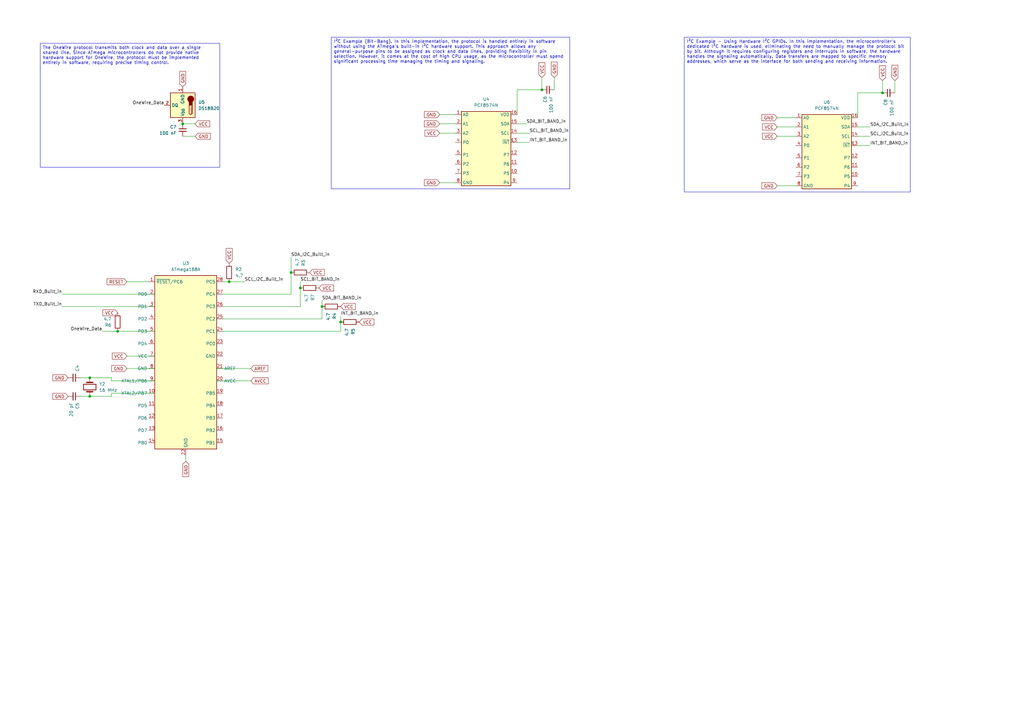
<source format=kicad_sch>
(kicad_sch (version 20231120) (generator "eeschema") (generator_version "8.0")
  (paper "A3")
  (lib_symbols
    (symbol "Device:C_Small" (pin_numbers hide) (pin_names (offset 0.254) hide)
      (property "Reference" "C" (at 0.254 1.778 0))
      (property "Value" "C_Small" (at 0.254 -2.032 0))
      (symbol "C_Small_0_1"
        (polyline (pts (xy -1.524 -0.508) (xy 1.524 -0.508)) (stroke (width 0.3302)))
        (polyline (pts (xy -1.524 0.508) (xy 1.524 0.508)) (stroke (width 0.3048)))
      )
      (symbol "C_Small_1_1"
        (pin passive line (at 0 2.54 270) (length 2.032) (name "~") (number "1"))
        (pin passive line (at 0 -2.54 90) (length 2.032) (name "~") (number "2"))
      )
    )
    (symbol "Device:Crystal" (pin_numbers hide) (pin_names (offset 1.016) hide)
      (property "Reference" "Y" (at 0 3.81 0))
      (property "Value" "Crystal" (at 0 -3.81 0))
      (symbol "Crystal_0_1"
        (rectangle (start -1.143 2.54) (end 1.143 -2.54) (stroke (width 0.3048)))
        (polyline (pts (xy -2.54 0) (xy -1.905 0)))
        (polyline (pts (xy -1.905 -1.27) (xy -1.905 1.27)) (stroke (width 0.508)))
        (polyline (pts (xy 1.905 -1.27) (xy 1.905 1.27)) (stroke (width 0.508)))
        (polyline (pts (xy 2.54 0) (xy 1.905 0)))
      )
      (symbol "Crystal_1_1"
        (pin passive line (at -3.81 0 0) (length 1.27) (name "1") (number "1"))
        (pin passive line (at 3.81 0 180) (length 1.27) (name "2") (number "2"))
      )
    )
    (symbol "Device:R" (pin_numbers hide) (pin_names (offset 0))
      (property "Reference" "R" (at 16.256 -3.048 90))
      (property "Value" "4.7" (at 0 0 90))
      (symbol "R_0_1"
        (rectangle (start -1.016 -2.54) (end 1.016 2.54) (stroke (width 0.254)))
      )
      (symbol "R_1_1"
        (pin passive line (at 0 3.81 270) (length 1.27) (name "~") (number "1"))
        (pin passive line (at 0 -3.81 90) (length 1.27) (name "~") (number "2"))
      )
    )
    (symbol "Interface_Expansion:PCF8574N"
      (property "Reference" "U?" (at 2.1941 20.32 0))
      (property "Value" "PCF8574N" (at 2.1941 17.78 0))
      (symbol "PCF8574N_0_1"
        (rectangle (start -10.16 15.24) (end 10.16 -15.24) (stroke (width 0.254)) (fill (type background)))
      )
      (symbol "PCF8574N_1_1"
        (pin input line (at -12.7 13.97 0) (length 2.54) (name "A0") (number "1"))
        (pin bidirectional line (at 12.7 -10.16 180) (length 2.54) (name "P5") (number "10"))
        (pin bidirectional line (at 12.7 -6.35 180) (length 2.54) (name "P6") (number "11"))
        (pin bidirectional line (at 12.7 -2.54 180) (length 2.54) (name "P7") (number "12"))
        (pin open_collector output_low (at 12.7 2.54 180) (length 2.54) (name "~{INT}") (number "13"))
        (pin input line (at 12.7 6.35 180) (length 2.54) (name "SCL") (number "14"))
        (pin bidirectional line (at 12.7 10.16 180) (length 2.54) (name "SDA") (number "15"))
        (pin power_in line (at 12.7 13.97 180) (length 2.54) (name "VDD") (number "16"))
        (pin input line (at -12.7 10.16 0) (length 2.54) (name "A1") (number "2"))
        (pin input line (at -12.7 6.35 0) (length 2.54) (name "A2") (number "3"))
        (pin bidirectional line (at -12.7 2.54 0) (length 2.54) (name "P0") (number "4"))
        (pin bidirectional line (at -12.7 -2.54 0) (length 2.54) (name "P1") (number "5"))
        (pin bidirectional line (at -12.7 -6.35 0) (length 2.54) (name "P2") (number "6"))
        (pin bidirectional line (at -12.7 -10.16 0) (length 2.54) (name "P3") (number "7"))
        (pin power_in line (at -12.7 -13.97 0) (length 2.54) (name "GND") (number "8"))
        (pin bidirectional line (at 12.7 -13.97 180) (length 2.54) (name "P4") (number "9"))
      )
    )
    (symbol "MCU_Microchip_ATmega:ATmega168A"
      (property "Reference" "U1" (at 0 40.64 0))
      (property "Value" "ATmega168A" (at 0 38.1 0))
      (symbol "ATmega168A_0_1"
        (rectangle (start -12.7 35.56) (end 12.7 -35.56) (stroke (width 0.254)) (fill (type background)))
      )
      (symbol "ATmega168A_1_1"
        (pin bidirectional line (at -15.24 33.02 0) (length 2.54) (name "~{RESET}/PC6") (number "1"))
        (pin bidirectional line (at -12.7 -12.7 180) (length 2.54) (name "XTAL2/PB7") (number "10"))
        (pin bidirectional line (at -12.7 -17.78 180) (length 2.54) (name "PD5") (number "11"))
        (pin bidirectional line (at -12.7 -22.86 180) (length 2.54) (name "PD6") (number "12"))
        (pin bidirectional line (at -12.7 -27.94 180) (length 2.54) (name "PD7") (number "13"))
        (pin bidirectional line (at -12.7 -33.02 180) (length 2.54) (name "PB0") (number "14"))
        (pin bidirectional line (at 15.24 -33.02 180) (length 2.54) (name "PB1") (number "15"))
        (pin bidirectional line (at 15.24 -27.94 180) (length 2.54) (name "PB2") (number "16"))
        (pin bidirectional line (at 15.24 -22.86 180) (length 2.54) (name "PB3") (number "17"))
        (pin bidirectional line (at 15.24 -17.78 180) (length 2.54) (name "PB4") (number "18"))
        (pin bidirectional line (at 15.24 -12.7 180) (length 2.54) (name "PB5") (number "19"))
        (pin bidirectional line (at -12.7 27.94 180) (length 2.54) (name "PD0") (number "2"))
        (pin power_in line (at 12.7 -7.62 0) (length 2.54) (name "AVCC") (number "20"))
        (pin passive line (at 12.7 -2.54 0) (length 2.54) (name "AREF") (number "21"))
        (pin passive line (at 0 -38.1 90) (length 2.54) (name "GND") (number "22"))
        (pin power_in line (at 15.24 2.54 180) (length 2.54) (name "GND") (number "22"))
        (pin bidirectional line (at 15.24 7.62 180) (length 2.54) (name "PC0") (number "23"))
        (pin bidirectional line (at 15.24 12.7 180) (length 2.54) (name "PC1") (number "24"))
        (pin bidirectional line (at 15.24 17.78 180) (length 2.54) (name "PC2") (number "25"))
        (pin bidirectional line (at 15.24 22.86 180) (length 2.54) (name "PC3") (number "26"))
        (pin bidirectional line (at 15.24 27.94 180) (length 2.54) (name "PC4") (number "27"))
        (pin bidirectional line (at 15.24 33.02 180) (length 2.54) (name "PC5") (number "28"))
        (pin bidirectional line (at -12.7 22.86 180) (length 2.54) (name "PD1") (number "3"))
        (pin bidirectional line (at -12.7 17.78 180) (length 2.54) (name "PD2") (number "4"))
        (pin bidirectional line (at -12.7 12.7 180) (length 2.54) (name "PD3") (number "5"))
        (pin bidirectional line (at -12.7 7.62 180) (length 2.54) (name "PD4") (number "6"))
        (pin power_in line (at -12.7 2.54 180) (length 2.54) (name "VCC") (number "7"))
        (pin power_in line (at -12.7 -2.54 180) (length 2.54) (name "GND") (number "8"))
        (pin bidirectional line (at -12.7 -7.62 180) (length 2.54) (name "XTAL1/PB6") (number "9"))
      )
    )
    (symbol "Sensor_Temperature:DS18B20"
      (property "Reference" "U" (at -3.81 6.35 0))
      (property "Value" "DS18B20" (at 6.35 6.35 0))
      (symbol "DS18B20_0_1"
        (rectangle (start -5.08 5.08) (end 5.08 -5.08) (stroke (width 0.254)) (fill (type background)))
        (circle (center -3.302 -2.54) (radius 1.27) (stroke (width 0.254)) (fill (type outline)))
        (rectangle (start -2.667 -1.905) (end -3.937 0) (stroke (width 0.254)) (fill (type outline)))
        (arc (start -2.667 3.175) (mid -3.302 3.8073) (end -3.937 3.175) (stroke (width 0.254)))
        (polyline (pts (xy -3.937 0.635) (xy -3.302 0.635)) (stroke (width 0.254)))
        (polyline (pts (xy -3.937 1.27) (xy -3.302 1.27)) (stroke (width 0.254)))
        (polyline (pts (xy -3.937 1.905) (xy -3.302 1.905)) (stroke (width 0.254)))
        (polyline (pts (xy -3.937 2.54) (xy -3.302 2.54)) (stroke (width 0.254)))
        (polyline (pts (xy -3.937 3.175) (xy -3.937 0)) (stroke (width 0.254)))
        (polyline (pts (xy -3.937 3.175) (xy -3.302 3.175)) (stroke (width 0.254)))
        (polyline (pts (xy -2.667 3.175) (xy -2.667 0)) (stroke (width 0.254)))
      )
      (symbol "DS18B20_1_1"
        (pin power_in line (at 0 -7.62 90) (length 2.54) (name "GND") (number "1"))
        (pin bidirectional line (at 7.62 0 180) (length 2.54) (name "DQ") (number "2"))
        (pin power_in line (at 0 7.62 270) (length 2.54) (name "V_{DD}") (number "3"))
      )
    )
  )
  (junction (at 361.95 38.1))
  (junction (at 48.26 135.89))
  (junction (at 93.98 115.57))
  (junction (at 74.93 50.8))
  (junction (at 36.83 154.94))
  (junction (at 119.38 111.76))
  (junction (at 132.08 125.73))
  (junction (at 139.7 132.08))
  (junction (at 36.83 162.56))
  (junction (at 123.19 118.11))
  (junction (at 222.25 36.83))
  (wire (pts (xy 351.79 38.1) (xy 351.79 48.26)))
  (wire (pts (xy 318.77 48.26) (xy 326.39 48.26)))
  (wire (pts (xy 119.38 111.76) (xy 119.38 120.65)))
  (wire (pts (xy 361.95 38.1) (xy 361.95 33.02)))
  (wire (pts (xy 212.09 36.83) (xy 222.25 36.83)))
  (wire (pts (xy 74.93 50.8) (xy 80.01 50.8)))
  (wire (pts (xy 132.08 125.73) (xy 132.08 130.81)))
  (wire (pts (xy 180.34 50.8) (xy 186.69 50.8)))
  (wire (pts (xy 222.25 36.83) (xy 222.25 31.75)))
  (wire (pts (xy 212.09 58.42) (xy 217.17 58.42)))
  (wire (pts (xy 52.07 115.57) (xy 60.96 115.57)))
  (wire (pts (xy 88.9 151.13) (xy 102.87 151.13)))
  (wire (pts (xy 212.09 54.61) (xy 217.17 54.61)))
  (wire (pts (xy 91.44 135.89) (xy 139.7 135.89)))
  (wire (pts (xy 227.33 36.83) (xy 227.33 31.75)))
  (wire (pts (xy 351.79 52.07) (xy 356.87 52.07)))
  (wire (pts (xy 25.4 125.73) (xy 63.5 125.73)))
  (wire (pts (xy 351.79 38.1) (xy 361.95 38.1)))
  (wire (pts (xy 351.79 59.69) (xy 356.87 59.69)))
  (wire (pts (xy 36.83 154.94) (xy 45.72 154.94)))
  (wire (pts (xy 48.26 135.89) (xy 41.91 135.89)))
  (wire (pts (xy 180.34 74.93) (xy 186.69 74.93)))
  (wire (pts (xy 91.44 125.73) (xy 123.19 125.73)))
  (wire (pts (xy 52.07 151.13) (xy 63.5 151.13)))
  (wire (pts (xy 76.2 186.69) (xy 76.2 189.23)))
  (wire (pts (xy 93.98 115.57) (xy 100.33 115.57)))
  (wire (pts (xy 91.44 130.81) (xy 132.08 130.81)))
  (wire (pts (xy 318.77 76.2) (xy 326.39 76.2)))
  (wire (pts (xy 367.03 38.1) (xy 367.03 33.02)))
  (wire (pts (xy 25.4 120.65) (xy 63.5 120.65)))
  (wire (pts (xy 351.79 55.88) (xy 356.87 55.88)))
  (wire (pts (xy 91.44 115.57) (xy 93.98 115.57)))
  (wire (pts (xy 180.34 46.99) (xy 186.69 46.99)))
  (wire (pts (xy 52.07 146.05) (xy 63.5 146.05)))
  (wire (pts (xy 318.77 52.07) (xy 326.39 52.07)))
  (wire (pts (xy 119.38 105.41) (xy 119.38 111.76)))
  (wire (pts (xy 74.93 55.88) (xy 80.01 55.88)))
  (wire (pts (xy 139.7 132.08) (xy 139.7 135.89)))
  (wire (pts (xy 212.09 36.83) (xy 212.09 46.99)))
  (wire (pts (xy 132.08 123.19) (xy 132.08 125.73)))
  (wire (pts (xy 33.02 162.56) (xy 36.83 162.56)))
  (wire (pts (xy 88.9 156.21) (xy 102.87 156.21)))
  (wire (pts (xy 180.34 54.61) (xy 186.69 54.61)))
  (wire (pts (xy 36.83 162.56) (xy 45.72 162.56)))
  (wire (pts (xy 48.26 135.89) (xy 63.5 135.89)))
  (wire (pts (xy 139.7 129.54) (xy 139.7 132.08)))
  (wire (pts (xy 45.72 161.29) (xy 63.5 161.29)))
  (wire (pts (xy 123.19 115.57) (xy 123.19 118.11)))
  (wire (pts (xy 212.09 50.8) (xy 215.9 50.8)))
  (wire (pts (xy 123.19 118.11) (xy 123.19 125.73)))
  (wire (pts (xy 318.77 55.88) (xy 326.39 55.88)))
  (wire (pts (xy 45.72 156.21) (xy 63.5 156.21)))
  (wire (pts (xy 45.72 154.94) (xy 45.72 156.21)))
  (wire (pts (xy 45.72 161.29) (xy 45.72 162.56)))
  (wire (pts (xy 33.02 154.94) (xy 36.83 154.94)))
  (wire (pts (xy 91.44 120.65) (xy 119.38 120.65)))
  (text_box "I²C Example - Using Hardware I²C GPIOs. In this implementation, the microcontroller's dedicated I²C hardware is used, eliminating the need to manually manage the protocol bit by bit. Although it requires configuring registers and interrupts in software, the hardware handles the signaling automatically. Data transfers are mapped to specific memory addresses, which serve as the interface for both sending and receiving information." (at 280.67 15.24 0) (size 92.71 63.5) (effects (font (size 1.27 1.27)) (justify left top)))
  (text_box "The OneWire protocol transmits both clock and data over a single shared line. Since ATmega microcontrollers do not provide native hardware support for OneWire, the protocol must be implemented entirely in software, requiring precise timing control." (at 16.51 17.78 0) (size 73.66 50.8) (effects (font (size 1.27 1.27)) (justify left top)))
  (text_box "I²C Example (Bit-Bang). In this implementation, the protocol is handled entirely in software without using the ATmega's built-in I²C hardware support. This approach allows any general-purpose pins to be assigned as clock and data lines, providing flexibility in pin selection. However, it comes at the cost of high CPU usage, as the microcontroller must spend significant processing time managing the timing and signaling." (at 135.89 15.24 0) (size 97.79 62.23) (effects (font (size 1.27 1.27)) (justify left top)))
  (label "SDA_BIT_BAND_in" (at 132.08 123.19 0))
  (label "INT_BIT_BAND_in" (at 356.87 59.69 0))
  (label "SDA_I2C_Built_in" (at 119.38 105.41 0))
  (label "SCL_I2C_Built_in" (at 100.33 115.57 0))
  (label "SCL_BIT_BAND_in" (at 123.19 115.57 0))
  (label "RXD_Built_in" (at 25.4 120.65 180))
  (label "INT_BIT_BAND_in" (at 217.17 58.42 0))
  (label "SCL_I2C_Built_in" (at 356.87 55.88 0))
  (label "SDA_BIT_BAND_in" (at 215.9 50.8 0))
  (label "TXD_Built_in" (at 25.4 125.73 180))
  (label "INT_BIT_BAND_in" (at 139.7 129.54 0))
  (label "OneWire_Data" (at 41.91 135.89 180))
  (label "SCL_BIT_BAND_in" (at 217.17 54.61 0))
  (label "SDA_I2C_Built_in" (at 356.87 52.07 0))
  (label "OneWire_Data" (at 67.31 43.18 180))
  (global_label "VCC" (shape input) (at 318.77 55.88 180) (property "Intersheetrefs" "${INTERSHEET_REFS}" (effects (hide yes))))
  (global_label "GND" (shape input) (at 318.77 48.26 180) (property "Intersheetrefs" "${INTERSHEET_REFS}" (effects (hide yes))))
  (global_label "GND" (shape input) (at 367.03 33.02 90) (property "Intersheetrefs" "${INTERSHEET_REFS}" (effects (hide yes))))
  (global_label "AVCC" (shape input) (at 102.87 156.21 0) (property "Intersheetrefs" "${INTERSHEET_REFS}" (effects (hide yes))))
  (global_label "VCC" (shape input) (at 130.81 118.11 0) (property "Intersheetrefs" "${INTERSHEET_REFS}" (effects (hide yes))))
  (global_label "GND" (shape input) (at 76.2 189.23 270) (property "Intersheetrefs" "${INTERSHEET_REFS}" (effects (hide yes))))
  (global_label "RESET" (shape input) (at 52.07 115.57 180) (property "Intersheetrefs" "${INTERSHEET_REFS}" (effects (hide yes))))
  (global_label "VCC" (shape input) (at 361.95 33.02 90) (property "Intersheetrefs" "${INTERSHEET_REFS}" (effects (hide yes))))
  (global_label "GND" (shape input) (at 318.77 76.2 180) (property "Intersheetrefs" "${INTERSHEET_REFS}" (effects (hide yes))))
  (global_label "VCC" (shape input) (at 93.98 107.95 90) (property "Intersheetrefs" "${INTERSHEET_REFS}" (effects (hide yes))))
  (global_label "GND" (shape input) (at 52.07 151.13 180) (property "Intersheetrefs" "${INTERSHEET_REFS}" (effects (hide yes))))
  (global_label "GND" (shape input) (at 227.33 31.75 90) (property "Intersheetrefs" "${INTERSHEET_REFS}" (effects (hide yes))))
  (global_label "VCC" (shape input) (at 147.32 132.08 0) (property "Intersheetrefs" "${INTERSHEET_REFS}" (effects (hide yes))))
  (global_label "VCC" (shape input) (at 48.26 128.27 180) (property "Intersheetrefs" "${INTERSHEET_REFS}" (effects (hide yes))))
  (global_label "VCC" (shape input) (at 139.7 125.73 0) (property "Intersheetrefs" "${INTERSHEET_REFS}" (effects (hide yes))))
  (global_label "GND" (shape input) (at 27.94 154.94 180) (property "Intersheetrefs" "${INTERSHEET_REFS}" (effects (hide yes))))
  (global_label "GND" (shape input) (at 180.34 74.93 180) (property "Intersheetrefs" "${INTERSHEET_REFS}" (effects (hide yes))))
  (global_label "GND" (shape input) (at 74.93 35.56 90) (property "Intersheetrefs" "${INTERSHEET_REFS}" (effects (hide yes))))
  (global_label "GND" (shape input) (at 180.34 46.99 180) (property "Intersheetrefs" "${INTERSHEET_REFS}" (effects (hide yes))))
  (global_label "VCC" (shape input) (at 318.77 52.07 180) (property "Intersheetrefs" "${INTERSHEET_REFS}" (effects (hide yes))))
  (global_label "VCC" (shape input) (at 52.07 146.05 180) (property "Intersheetrefs" "${INTERSHEET_REFS}" (effects (hide yes))))
  (global_label "VCC" (shape input) (at 180.34 54.61 180) (property "Intersheetrefs" "${INTERSHEET_REFS}" (effects (hide yes))))
  (global_label "GND" (shape input) (at 27.94 162.56 180) (property "Intersheetrefs" "${INTERSHEET_REFS}" (effects (hide yes))))
  (global_label "GND" (shape input) (at 80.01 55.88 0) (property "Intersheetrefs" "${INTERSHEET_REFS}" (effects (hide yes))))
  (global_label "VCC" (shape input) (at 80.01 50.8 0) (property "Intersheetrefs" "${INTERSHEET_REFS}" (effects (hide yes))))
  (global_label "VCC" (shape input) (at 222.25 31.75 90) (property "Intersheetrefs" "${INTERSHEET_REFS}" (effects (hide yes))))
  (global_label "VCC" (shape input) (at 127 111.76 0) (property "Intersheetrefs" "${INTERSHEET_REFS}" (effects (hide yes))))
  (global_label "AREF" (shape input) (at 102.87 151.13 0) (property "Intersheetrefs" "${INTERSHEET_REFS}" (effects (hide yes))))
  (global_label "GND" (shape input) (at 180.34 50.8 180) (property "Intersheetrefs" "${INTERSHEET_REFS}" (effects (hide yes))))
  (symbol (lib_id "Device:C_Small") (at 224.79 36.83 90) (mirror x) (unit 1)
    (property "Reference" "C6" (at 223.5262 39.37 0) (effects (justify left)))
    (property "Value" "100 nF" (at 226.0662 39.37 0) (effects (justify left)))
    (property "Description" "Unpolarized capacitor, small symbol" (effects (hide yes)))
  )
  (symbol (lib_id "Device:R") (at 93.98 111.76 0) (unit 1)
    (property "Reference" "R2" (at 96.52 110.4899 0) (effects (justify left)))
    (property "Value" "4.7" (at 96.52 113.0299 0) (effects (justify left)))
    (property "Description" "Resistor" (effects (hide yes)))
  )
  (symbol (lib_id "MCU_Microchip_ATmega:ATmega168A") (at 76.2 148.59 0) (unit 1)
    (property "Reference" "U3" (at 76.2 107.95 0))
    (property "Value" "ATmega168A" (at 76.2 110.49 0))
    (property "Footprint" "Package_DIP:DIP-28_W7.62mm" (effects (hide yes)))
    (property "Datasheet" "http://ww1.microchip.com/downloads/en/DeviceDoc/ATmega48A_88A_168A-Data-Sheet-40002007A.pdf" (effects (hide yes)))
    (property "Description" "20MHz, 16kB Flash, 1kB SRAM, 512B EEPROM, DIP-28" (effects (hide yes)))
  )
  (symbol (lib_id "Device:Crystal") (at 36.83 158.75 90) (unit 1)
    (property "Reference" "Y2" (at 40.64 157.4799 90) (effects (justify right)))
    (property "Value" "16 MHz" (at 40.64 160.0199 90) (effects (justify right)))
    (property "Description" "Two pin crystal" (effects (hide yes)))
  )
  (symbol (lib_id "Device:C_Small") (at 364.49 38.1 90) (mirror x) (unit 1)
    (property "Reference" "C8" (at 363.2262 40.64 0) (effects (justify left)))
    (property "Value" "100 nF" (at 365.7662 40.64 0) (effects (justify left)))
    (property "Description" "Unpolarized capacitor, small symbol" (effects (hide yes)))
  )
  (symbol (lib_id "Sensor_Temperature:DS18B20") (at 74.93 43.18 180) (unit 1)
    (property "Reference" "U5" (at 81.28 41.9099 0) (effects (justify right)))
    (property "Value" "DS18B20" (at 81.28 44.4499 0) (effects (justify right)))
    (property "Footprint" "Package_TO_SOT_THT:TO-92_Inline" (effects (hide yes)))
    (property "Datasheet" "http://datasheets.maximintegrated.com/en/ds/DS18B20.pdf" (effects (hide yes)))
    (property "Description" "Programmable Resolution 1-Wire Digital Thermometer TO-92" (effects (hide yes)))
  )
  (symbol (lib_id "Device:C_Small") (at 74.93 53.34 0) (mirror y) (unit 1)
    (property "Reference" "C7" (at 72.39 52.0762 0) (effects (justify left)))
    (property "Value" "100 nF" (at 72.39 54.6162 0) (effects (justify left)))
    (property "Description" "Unpolarized capacitor, small symbol" (effects (hide yes)))
  )
  (symbol (lib_id "Device:R") (at 123.19 111.76 270) (mirror x) (unit 1)
    (property "Reference" "R3" (at 124.4601 109.22 0) (effects (justify left)))
    (property "Value" "4.7" (at 121.9201 109.22 0) (effects (justify left)))
    (property "Description" "Resistor" (effects (hide yes)))
  )
  (symbol (lib_id "Device:R") (at 48.26 132.08 180) (unit 1)
    (property "Reference" "R6" (at 45.72 133.3501 0) (effects (justify left)))
    (property "Value" "4.7" (at 45.72 130.8101 0) (effects (justify left)))
    (property "Description" "Resistor" (effects (hide yes)))
  )
  (symbol (lib_id "Device:R") (at 143.51 132.08 270) (unit 1)
    (property "Reference" "R5" (at 144.7801 134.62 0) (effects (justify left)))
    (property "Value" "4.7" (at 142.2401 134.62 0) (effects (justify left)))
    (property "Description" "Resistor" (effects (hide yes)))
  )
  (symbol (lib_id "Device:C_Small") (at 30.48 162.56 270) (unit 1)
    (property "Reference" "C5" (at 31.7438 165.1 0) (effects (justify left)))
    (property "Value" "20 pF" (at 29.2038 165.1 0) (effects (justify left)))
    (property "Description" "Unpolarized capacitor, small symbol" (effects (hide yes)))
  )
  (symbol (lib_id "Device:R") (at 135.89 125.73 270) (unit 1)
    (property "Reference" "R4" (at 137.1601 128.27 0) (effects (justify left)))
    (property "Value" "4.7" (at 134.6201 128.27 0) (effects (justify left)))
    (property "Description" "Resistor" (effects (hide yes)))
  )
  (symbol (lib_id "Device:C_Small") (at 30.48 154.94 270) (mirror x) (unit 1)
    (property "Reference" "C4" (at 31.7438 152.4 0) (effects (justify left)))
    (property "Value" "20 pF" (effects (hide yes)))
    (property "Description" "Unpolarized capacitor, small symbol" (effects (hide yes)))
  )
  (symbol (lib_id "Device:R") (at 127 118.11 270) (unit 1)
    (property "Reference" "R7" (at 128.2701 120.65 0) (effects (justify left)))
    (property "Value" "4.7" (at 125.7301 120.65 0) (effects (justify left)))
    (property "Description" "Resistor" (effects (hide yes)))
  )
  (symbol (lib_id "Interface_Expansion:PCF8574N") (at 339.09 62.23 0) (unit 1)
    (property "Reference" "U6" (at 339.09 41.91 0))
    (property "Value" "PCF8574N" (at 339.09 44.45 0))
    (property "Datasheet" "http://www.nxp.com/docs/en/data-sheet/PCF8574_PCF8574A.pdf" (effects (hide yes)))
    (property "Description" "8 Bit Port/Expander to I2C Bus, DIP/SOIC-16" (effects (hide yes)))
  )
  (symbol (lib_id "Interface_Expansion:PCF8574N") (at 199.39 60.96 0) (unit 1)
    (property "Reference" "U4" (at 199.39 40.64 0))
    (property "Value" "PCF8574N" (at 199.39 43.18 0))
    (property "Datasheet" "http://www.nxp.com/docs/en/data-sheet/PCF8574_PCF8574A.pdf" (effects (hide yes)))
    (property "Description" "8 Bit Port/Expander to I2C Bus, DIP/SOIC-16" (effects (hide yes)))
  )
)
</source>
